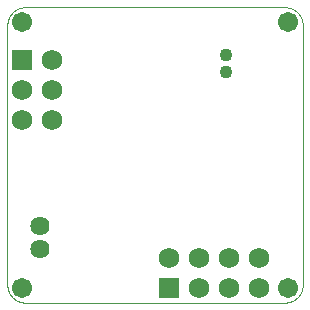
<source format=gbs>
G75*
%MOIN*%
%OFA0B0*%
%FSLAX25Y25*%
%IPPOS*%
%LPD*%
%AMOC8*
5,1,8,0,0,1.08239X$1,22.5*
%
%ADD10C,0.00000*%
%ADD11C,0.06400*%
%ADD12R,0.06800X0.06800*%
%ADD13C,0.06800*%
%ADD14C,0.04300*%
%ADD15C,0.06706*%
D10*
X0009483Y0006895D02*
X0096098Y0006895D01*
X0096250Y0006897D01*
X0096402Y0006903D01*
X0096554Y0006913D01*
X0096705Y0006926D01*
X0096856Y0006944D01*
X0097007Y0006965D01*
X0097157Y0006991D01*
X0097306Y0007020D01*
X0097455Y0007053D01*
X0097602Y0007090D01*
X0097749Y0007130D01*
X0097894Y0007175D01*
X0098038Y0007223D01*
X0098181Y0007275D01*
X0098323Y0007330D01*
X0098463Y0007389D01*
X0098602Y0007452D01*
X0098739Y0007518D01*
X0098874Y0007588D01*
X0099007Y0007661D01*
X0099138Y0007738D01*
X0099268Y0007818D01*
X0099395Y0007901D01*
X0099520Y0007987D01*
X0099643Y0008077D01*
X0099763Y0008170D01*
X0099881Y0008266D01*
X0099997Y0008365D01*
X0100110Y0008467D01*
X0100220Y0008571D01*
X0100328Y0008679D01*
X0100432Y0008789D01*
X0100534Y0008902D01*
X0100633Y0009018D01*
X0100729Y0009136D01*
X0100822Y0009256D01*
X0100912Y0009379D01*
X0100998Y0009504D01*
X0101081Y0009631D01*
X0101161Y0009761D01*
X0101238Y0009892D01*
X0101311Y0010025D01*
X0101381Y0010160D01*
X0101447Y0010297D01*
X0101510Y0010436D01*
X0101569Y0010576D01*
X0101624Y0010718D01*
X0101676Y0010861D01*
X0101724Y0011005D01*
X0101769Y0011150D01*
X0101809Y0011297D01*
X0101846Y0011444D01*
X0101879Y0011593D01*
X0101908Y0011742D01*
X0101934Y0011892D01*
X0101955Y0012043D01*
X0101973Y0012194D01*
X0101986Y0012345D01*
X0101996Y0012497D01*
X0102002Y0012649D01*
X0102004Y0012801D01*
X0102003Y0012801D02*
X0102003Y0099415D01*
X0102004Y0099415D02*
X0102002Y0099567D01*
X0101996Y0099719D01*
X0101986Y0099871D01*
X0101973Y0100022D01*
X0101955Y0100173D01*
X0101934Y0100324D01*
X0101908Y0100474D01*
X0101879Y0100623D01*
X0101846Y0100772D01*
X0101809Y0100919D01*
X0101769Y0101066D01*
X0101724Y0101211D01*
X0101676Y0101355D01*
X0101624Y0101498D01*
X0101569Y0101640D01*
X0101510Y0101780D01*
X0101447Y0101919D01*
X0101381Y0102056D01*
X0101311Y0102191D01*
X0101238Y0102324D01*
X0101161Y0102455D01*
X0101081Y0102585D01*
X0100998Y0102712D01*
X0100912Y0102837D01*
X0100822Y0102960D01*
X0100729Y0103080D01*
X0100633Y0103198D01*
X0100534Y0103314D01*
X0100432Y0103427D01*
X0100328Y0103537D01*
X0100220Y0103645D01*
X0100110Y0103749D01*
X0099997Y0103851D01*
X0099881Y0103950D01*
X0099763Y0104046D01*
X0099643Y0104139D01*
X0099520Y0104229D01*
X0099395Y0104315D01*
X0099268Y0104398D01*
X0099138Y0104478D01*
X0099007Y0104555D01*
X0098874Y0104628D01*
X0098739Y0104698D01*
X0098602Y0104764D01*
X0098463Y0104827D01*
X0098323Y0104886D01*
X0098181Y0104941D01*
X0098038Y0104993D01*
X0097894Y0105041D01*
X0097749Y0105086D01*
X0097602Y0105126D01*
X0097455Y0105163D01*
X0097306Y0105196D01*
X0097157Y0105225D01*
X0097007Y0105251D01*
X0096856Y0105272D01*
X0096705Y0105290D01*
X0096554Y0105303D01*
X0096402Y0105313D01*
X0096250Y0105319D01*
X0096098Y0105321D01*
X0096098Y0105320D02*
X0009483Y0105320D01*
X0009483Y0105321D02*
X0009331Y0105319D01*
X0009179Y0105313D01*
X0009027Y0105303D01*
X0008876Y0105290D01*
X0008725Y0105272D01*
X0008574Y0105251D01*
X0008424Y0105225D01*
X0008275Y0105196D01*
X0008126Y0105163D01*
X0007979Y0105126D01*
X0007832Y0105086D01*
X0007687Y0105041D01*
X0007543Y0104993D01*
X0007400Y0104941D01*
X0007258Y0104886D01*
X0007118Y0104827D01*
X0006979Y0104764D01*
X0006842Y0104698D01*
X0006707Y0104628D01*
X0006574Y0104555D01*
X0006443Y0104478D01*
X0006313Y0104398D01*
X0006186Y0104315D01*
X0006061Y0104229D01*
X0005938Y0104139D01*
X0005818Y0104046D01*
X0005700Y0103950D01*
X0005584Y0103851D01*
X0005471Y0103749D01*
X0005361Y0103645D01*
X0005253Y0103537D01*
X0005149Y0103427D01*
X0005047Y0103314D01*
X0004948Y0103198D01*
X0004852Y0103080D01*
X0004759Y0102960D01*
X0004669Y0102837D01*
X0004583Y0102712D01*
X0004500Y0102585D01*
X0004420Y0102455D01*
X0004343Y0102324D01*
X0004270Y0102191D01*
X0004200Y0102056D01*
X0004134Y0101919D01*
X0004071Y0101780D01*
X0004012Y0101640D01*
X0003957Y0101498D01*
X0003905Y0101355D01*
X0003857Y0101211D01*
X0003812Y0101066D01*
X0003772Y0100919D01*
X0003735Y0100772D01*
X0003702Y0100623D01*
X0003673Y0100474D01*
X0003647Y0100324D01*
X0003626Y0100173D01*
X0003608Y0100022D01*
X0003595Y0099871D01*
X0003585Y0099719D01*
X0003579Y0099567D01*
X0003577Y0099415D01*
X0003578Y0099415D02*
X0003578Y0012801D01*
X0003577Y0012801D02*
X0003579Y0012649D01*
X0003585Y0012497D01*
X0003595Y0012345D01*
X0003608Y0012194D01*
X0003626Y0012043D01*
X0003647Y0011892D01*
X0003673Y0011742D01*
X0003702Y0011593D01*
X0003735Y0011444D01*
X0003772Y0011297D01*
X0003812Y0011150D01*
X0003857Y0011005D01*
X0003905Y0010861D01*
X0003957Y0010718D01*
X0004012Y0010576D01*
X0004071Y0010436D01*
X0004134Y0010297D01*
X0004200Y0010160D01*
X0004270Y0010025D01*
X0004343Y0009892D01*
X0004420Y0009761D01*
X0004500Y0009631D01*
X0004583Y0009504D01*
X0004669Y0009379D01*
X0004759Y0009256D01*
X0004852Y0009136D01*
X0004948Y0009018D01*
X0005047Y0008902D01*
X0005149Y0008789D01*
X0005253Y0008679D01*
X0005361Y0008571D01*
X0005471Y0008467D01*
X0005584Y0008365D01*
X0005700Y0008266D01*
X0005818Y0008170D01*
X0005938Y0008077D01*
X0006061Y0007987D01*
X0006186Y0007901D01*
X0006313Y0007818D01*
X0006443Y0007738D01*
X0006574Y0007661D01*
X0006707Y0007588D01*
X0006842Y0007518D01*
X0006979Y0007452D01*
X0007118Y0007389D01*
X0007258Y0007330D01*
X0007400Y0007275D01*
X0007543Y0007223D01*
X0007687Y0007175D01*
X0007832Y0007130D01*
X0007979Y0007090D01*
X0008126Y0007053D01*
X0008275Y0007020D01*
X0008424Y0006991D01*
X0008574Y0006965D01*
X0008725Y0006944D01*
X0008876Y0006926D01*
X0009027Y0006913D01*
X0009179Y0006903D01*
X0009331Y0006897D01*
X0009483Y0006895D01*
D11*
X0014405Y0024612D03*
X0014405Y0032486D03*
D12*
X0057475Y0011738D03*
X0008499Y0087604D03*
D13*
X0018499Y0087604D03*
X0018499Y0077604D03*
X0008499Y0077604D03*
X0008499Y0067604D03*
X0018499Y0067604D03*
X0057475Y0021738D03*
X0067475Y0021738D03*
X0077475Y0021738D03*
X0087475Y0021738D03*
X0087475Y0011738D03*
X0077475Y0011738D03*
X0067475Y0011738D03*
D14*
X0076413Y0083667D03*
X0076413Y0089572D03*
D15*
X0097082Y0100399D03*
X0008499Y0100399D03*
X0008499Y0011816D03*
X0097082Y0011816D03*
M02*

</source>
